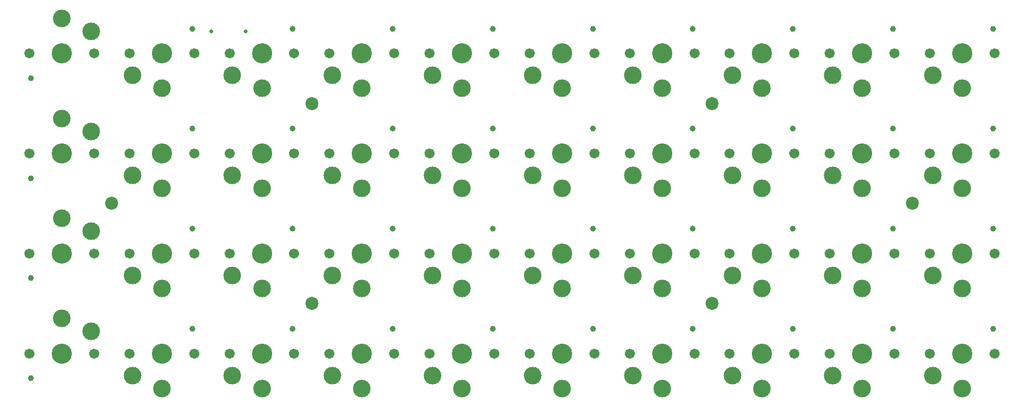
<source format=gbr>
%TF.GenerationSoftware,KiCad,Pcbnew,(6.0.4-0)*%
%TF.CreationDate,2023-02-28T22:46:07-06:00*%
%TF.ProjectId,bancouver40_cfx,62616e63-6f75-4766-9572-34305f636678,rev?*%
%TF.SameCoordinates,Original*%
%TF.FileFunction,NonPlated,1,2,NPTH,Drill*%
%TF.FilePolarity,Positive*%
%FSLAX46Y46*%
G04 Gerber Fmt 4.6, Leading zero omitted, Abs format (unit mm)*
G04 Created by KiCad (PCBNEW (6.0.4-0)) date 2023-02-28 22:46:07*
%MOMM*%
%LPD*%
G01*
G04 APERTURE LIST*
%TA.AperFunction,ComponentDrill*%
%ADD10C,0.650000*%
%TD*%
%TA.AperFunction,ComponentDrill*%
%ADD11C,0.990600*%
%TD*%
%TA.AperFunction,ComponentDrill*%
%ADD12C,1.701800*%
%TD*%
%TA.AperFunction,ComponentDrill*%
%ADD13C,2.200000*%
%TD*%
%TA.AperFunction,ComponentDrill*%
%ADD14C,3.000000*%
%TD*%
%TA.AperFunction,ComponentDrill*%
%ADD15C,3.429000*%
%TD*%
G04 APERTURE END LIST*
D10*
%TO.C,J1*%
X108318281Y-19604992D03*
X114098281Y-19604992D03*
D11*
%TO.C,SW1*%
X77654961Y-27574989D03*
%TO.C,SW11*%
X77654961Y-44574981D03*
%TO.C,SW21*%
X77654961Y-61574973D03*
%TO.C,SW31*%
X77654961Y-78574965D03*
%TO.C,SW2*%
X105094953Y-19174989D03*
%TO.C,SW12*%
X105094953Y-36174981D03*
%TO.C,SW22*%
X105094953Y-53174973D03*
%TO.C,SW32*%
X105094953Y-70174965D03*
%TO.C,SW3*%
X122094945Y-19174989D03*
%TO.C,SW13*%
X122094945Y-36174981D03*
%TO.C,SW23*%
X122094945Y-53174973D03*
%TO.C,SW33*%
X122094945Y-70174965D03*
%TO.C,SW4*%
X139094937Y-19174989D03*
%TO.C,SW14*%
X139094937Y-36174981D03*
%TO.C,SW24*%
X139094937Y-53174973D03*
%TO.C,SW34*%
X139094937Y-70174965D03*
%TO.C,SW5*%
X156094929Y-19174989D03*
%TO.C,SW15*%
X156094929Y-36174981D03*
%TO.C,SW25*%
X156094929Y-53174973D03*
%TO.C,SW35*%
X156094929Y-70174965D03*
%TO.C,SW6*%
X173094921Y-19174989D03*
%TO.C,SW16*%
X173094921Y-36174981D03*
%TO.C,SW26*%
X173094921Y-53174973D03*
%TO.C,SW36*%
X173094921Y-70174965D03*
%TO.C,SW7*%
X190094913Y-19174989D03*
%TO.C,SW17*%
X190094913Y-36174981D03*
%TO.C,SW27*%
X190094913Y-53174973D03*
%TO.C,SW37*%
X190094913Y-70174965D03*
%TO.C,SW8*%
X207094905Y-19174989D03*
%TO.C,SW18*%
X207094905Y-36174981D03*
%TO.C,SW28*%
X207094905Y-53174973D03*
%TO.C,SW38*%
X207094905Y-70174965D03*
%TO.C,SW9*%
X224094897Y-19174989D03*
%TO.C,SW19*%
X224094897Y-36174981D03*
%TO.C,SW29*%
X224094897Y-53174973D03*
%TO.C,SW39*%
X224094897Y-70174965D03*
%TO.C,SW10*%
X241094889Y-19174989D03*
%TO.C,SW20*%
X241094889Y-36174981D03*
%TO.C,SW30*%
X241094889Y-53174973D03*
%TO.C,SW40*%
X241094889Y-70174965D03*
D12*
%TO.C,SW1*%
X77374961Y-23374989D03*
%TO.C,SW11*%
X77374961Y-40374981D03*
%TO.C,SW21*%
X77374961Y-57374973D03*
%TO.C,SW31*%
X77374961Y-74374965D03*
%TO.C,SW1*%
X88374961Y-23374989D03*
%TO.C,SW11*%
X88374961Y-40374981D03*
%TO.C,SW21*%
X88374961Y-57374973D03*
%TO.C,SW31*%
X88374961Y-74374965D03*
%TO.C,SW2*%
X94374953Y-23374989D03*
%TO.C,SW12*%
X94374953Y-40374981D03*
%TO.C,SW22*%
X94374953Y-57374973D03*
%TO.C,SW32*%
X94374953Y-74374965D03*
%TO.C,SW2*%
X105374953Y-23374989D03*
%TO.C,SW12*%
X105374953Y-40374981D03*
%TO.C,SW22*%
X105374953Y-57374973D03*
%TO.C,SW32*%
X105374953Y-74374965D03*
%TO.C,SW3*%
X111374945Y-23374989D03*
%TO.C,SW13*%
X111374945Y-40374981D03*
%TO.C,SW23*%
X111374945Y-57374973D03*
%TO.C,SW33*%
X111374945Y-74374965D03*
%TO.C,SW3*%
X122374945Y-23374989D03*
%TO.C,SW13*%
X122374945Y-40374981D03*
%TO.C,SW23*%
X122374945Y-57374973D03*
%TO.C,SW33*%
X122374945Y-74374965D03*
%TO.C,SW4*%
X128374937Y-23374989D03*
%TO.C,SW14*%
X128374937Y-40374981D03*
%TO.C,SW24*%
X128374937Y-57374973D03*
%TO.C,SW34*%
X128374937Y-74374965D03*
%TO.C,SW4*%
X139374937Y-23374989D03*
%TO.C,SW14*%
X139374937Y-40374981D03*
%TO.C,SW24*%
X139374937Y-57374973D03*
%TO.C,SW34*%
X139374937Y-74374965D03*
%TO.C,SW5*%
X145374929Y-23374989D03*
%TO.C,SW15*%
X145374929Y-40374981D03*
%TO.C,SW25*%
X145374929Y-57374973D03*
%TO.C,SW35*%
X145374929Y-74374965D03*
%TO.C,SW5*%
X156374929Y-23374989D03*
%TO.C,SW15*%
X156374929Y-40374981D03*
%TO.C,SW25*%
X156374929Y-57374973D03*
%TO.C,SW35*%
X156374929Y-74374965D03*
%TO.C,SW6*%
X162374921Y-23374989D03*
%TO.C,SW16*%
X162374921Y-40374981D03*
%TO.C,SW26*%
X162374921Y-57374973D03*
%TO.C,SW36*%
X162374921Y-74374965D03*
%TO.C,SW6*%
X173374921Y-23374989D03*
%TO.C,SW16*%
X173374921Y-40374981D03*
%TO.C,SW26*%
X173374921Y-57374973D03*
%TO.C,SW36*%
X173374921Y-74374965D03*
%TO.C,SW7*%
X179374913Y-23374989D03*
%TO.C,SW17*%
X179374913Y-40374981D03*
%TO.C,SW27*%
X179374913Y-57374973D03*
%TO.C,SW37*%
X179374913Y-74374965D03*
%TO.C,SW7*%
X190374913Y-23374989D03*
%TO.C,SW17*%
X190374913Y-40374981D03*
%TO.C,SW27*%
X190374913Y-57374973D03*
%TO.C,SW37*%
X190374913Y-74374965D03*
%TO.C,SW8*%
X196374905Y-23374989D03*
%TO.C,SW18*%
X196374905Y-40374981D03*
%TO.C,SW28*%
X196374905Y-57374973D03*
%TO.C,SW38*%
X196374905Y-74374965D03*
%TO.C,SW8*%
X207374905Y-23374989D03*
%TO.C,SW18*%
X207374905Y-40374981D03*
%TO.C,SW28*%
X207374905Y-57374973D03*
%TO.C,SW38*%
X207374905Y-74374965D03*
%TO.C,SW9*%
X213374897Y-23374989D03*
%TO.C,SW19*%
X213374897Y-40374981D03*
%TO.C,SW29*%
X213374897Y-57374973D03*
%TO.C,SW39*%
X213374897Y-74374965D03*
%TO.C,SW9*%
X224374897Y-23374989D03*
%TO.C,SW19*%
X224374897Y-40374981D03*
%TO.C,SW29*%
X224374897Y-57374973D03*
%TO.C,SW39*%
X224374897Y-74374965D03*
%TO.C,SW10*%
X230374889Y-23374989D03*
%TO.C,SW20*%
X230374889Y-40374981D03*
%TO.C,SW30*%
X230374889Y-57374973D03*
%TO.C,SW40*%
X230374889Y-74374965D03*
%TO.C,SW10*%
X241374889Y-23374989D03*
%TO.C,SW20*%
X241374889Y-40374981D03*
%TO.C,SW30*%
X241374889Y-57374973D03*
%TO.C,SW40*%
X241374889Y-74374965D03*
D13*
%TO.C,H3*%
X91374957Y-48874977D03*
%TO.C,H1*%
X125374941Y-31874985D03*
%TO.C,H5*%
X125374941Y-65874969D03*
%TO.C,H2*%
X193374909Y-31874985D03*
%TO.C,H6*%
X193374909Y-65874969D03*
%TO.C,H4*%
X227374893Y-48874977D03*
D14*
%TO.C,SW1*%
X82874961Y-17424989D03*
%TO.C,SW11*%
X82874961Y-34424981D03*
%TO.C,SW21*%
X82874961Y-51424973D03*
%TO.C,SW31*%
X82874961Y-68424965D03*
%TO.C,SW1*%
X87874961Y-19624989D03*
%TO.C,SW11*%
X87874961Y-36624981D03*
%TO.C,SW21*%
X87874961Y-53624973D03*
%TO.C,SW31*%
X87874961Y-70624965D03*
%TO.C,SW2*%
X94874953Y-27124989D03*
%TO.C,SW12*%
X94874953Y-44124981D03*
%TO.C,SW22*%
X94874953Y-61124973D03*
%TO.C,SW32*%
X94874953Y-78124965D03*
%TO.C,SW2*%
X99874953Y-29324989D03*
%TO.C,SW12*%
X99874953Y-46324981D03*
%TO.C,SW22*%
X99874953Y-63324973D03*
%TO.C,SW32*%
X99874953Y-80324965D03*
%TO.C,SW3*%
X111874945Y-27124989D03*
%TO.C,SW13*%
X111874945Y-44124981D03*
%TO.C,SW23*%
X111874945Y-61124973D03*
%TO.C,SW33*%
X111874945Y-78124965D03*
%TO.C,SW3*%
X116874945Y-29324989D03*
%TO.C,SW13*%
X116874945Y-46324981D03*
%TO.C,SW23*%
X116874945Y-63324973D03*
%TO.C,SW33*%
X116874945Y-80324965D03*
%TO.C,SW4*%
X128874937Y-27124989D03*
%TO.C,SW14*%
X128874937Y-44124981D03*
%TO.C,SW24*%
X128874937Y-61124973D03*
%TO.C,SW34*%
X128874937Y-78124965D03*
%TO.C,SW4*%
X133874937Y-29324989D03*
%TO.C,SW14*%
X133874937Y-46324981D03*
%TO.C,SW24*%
X133874937Y-63324973D03*
%TO.C,SW34*%
X133874937Y-80324965D03*
%TO.C,SW5*%
X145874929Y-27124989D03*
%TO.C,SW15*%
X145874929Y-44124981D03*
%TO.C,SW25*%
X145874929Y-61124973D03*
%TO.C,SW35*%
X145874929Y-78124965D03*
%TO.C,SW5*%
X150874929Y-29324989D03*
%TO.C,SW15*%
X150874929Y-46324981D03*
%TO.C,SW25*%
X150874929Y-63324973D03*
%TO.C,SW35*%
X150874929Y-80324965D03*
%TO.C,SW6*%
X162874921Y-27124989D03*
%TO.C,SW16*%
X162874921Y-44124981D03*
%TO.C,SW26*%
X162874921Y-61124973D03*
%TO.C,SW36*%
X162874921Y-78124965D03*
%TO.C,SW6*%
X167874921Y-29324989D03*
%TO.C,SW16*%
X167874921Y-46324981D03*
%TO.C,SW26*%
X167874921Y-63324973D03*
%TO.C,SW36*%
X167874921Y-80324965D03*
%TO.C,SW7*%
X179874913Y-27124989D03*
%TO.C,SW17*%
X179874913Y-44124981D03*
%TO.C,SW27*%
X179874913Y-61124973D03*
%TO.C,SW37*%
X179874913Y-78124965D03*
%TO.C,SW7*%
X184874913Y-29324989D03*
%TO.C,SW17*%
X184874913Y-46324981D03*
%TO.C,SW27*%
X184874913Y-63324973D03*
%TO.C,SW37*%
X184874913Y-80324965D03*
%TO.C,SW8*%
X196874905Y-27124989D03*
%TO.C,SW18*%
X196874905Y-44124981D03*
%TO.C,SW28*%
X196874905Y-61124973D03*
%TO.C,SW38*%
X196874905Y-78124965D03*
%TO.C,SW8*%
X201874905Y-29324989D03*
%TO.C,SW18*%
X201874905Y-46324981D03*
%TO.C,SW28*%
X201874905Y-63324973D03*
%TO.C,SW38*%
X201874905Y-80324965D03*
%TO.C,SW9*%
X213874897Y-27124989D03*
%TO.C,SW19*%
X213874897Y-44124981D03*
%TO.C,SW29*%
X213874897Y-61124973D03*
%TO.C,SW39*%
X213874897Y-78124965D03*
%TO.C,SW9*%
X218874897Y-29324989D03*
%TO.C,SW19*%
X218874897Y-46324981D03*
%TO.C,SW29*%
X218874897Y-63324973D03*
%TO.C,SW39*%
X218874897Y-80324965D03*
%TO.C,SW10*%
X230874889Y-27124989D03*
%TO.C,SW20*%
X230874889Y-44124981D03*
%TO.C,SW30*%
X230874889Y-61124973D03*
%TO.C,SW40*%
X230874889Y-78124965D03*
%TO.C,SW10*%
X235874889Y-29324989D03*
%TO.C,SW20*%
X235874889Y-46324981D03*
%TO.C,SW30*%
X235874889Y-63324973D03*
%TO.C,SW40*%
X235874889Y-80324965D03*
D15*
%TO.C,SW1*%
X82874961Y-23374989D03*
%TO.C,SW11*%
X82874961Y-40374981D03*
%TO.C,SW21*%
X82874961Y-57374973D03*
%TO.C,SW31*%
X82874961Y-74374965D03*
%TO.C,SW2*%
X99874953Y-23374989D03*
%TO.C,SW12*%
X99874953Y-40374981D03*
%TO.C,SW22*%
X99874953Y-57374973D03*
%TO.C,SW32*%
X99874953Y-74374965D03*
%TO.C,SW3*%
X116874945Y-23374989D03*
%TO.C,SW13*%
X116874945Y-40374981D03*
%TO.C,SW23*%
X116874945Y-57374973D03*
%TO.C,SW33*%
X116874945Y-74374965D03*
%TO.C,SW4*%
X133874937Y-23374989D03*
%TO.C,SW14*%
X133874937Y-40374981D03*
%TO.C,SW24*%
X133874937Y-57374973D03*
%TO.C,SW34*%
X133874937Y-74374965D03*
%TO.C,SW5*%
X150874929Y-23374989D03*
%TO.C,SW15*%
X150874929Y-40374981D03*
%TO.C,SW25*%
X150874929Y-57374973D03*
%TO.C,SW35*%
X150874929Y-74374965D03*
%TO.C,SW6*%
X167874921Y-23374989D03*
%TO.C,SW16*%
X167874921Y-40374981D03*
%TO.C,SW26*%
X167874921Y-57374973D03*
%TO.C,SW36*%
X167874921Y-74374965D03*
%TO.C,SW7*%
X184874913Y-23374989D03*
%TO.C,SW17*%
X184874913Y-40374981D03*
%TO.C,SW27*%
X184874913Y-57374973D03*
%TO.C,SW37*%
X184874913Y-74374965D03*
%TO.C,SW8*%
X201874905Y-23374989D03*
%TO.C,SW18*%
X201874905Y-40374981D03*
%TO.C,SW28*%
X201874905Y-57374973D03*
%TO.C,SW38*%
X201874905Y-74374965D03*
%TO.C,SW9*%
X218874897Y-23374989D03*
%TO.C,SW19*%
X218874897Y-40374981D03*
%TO.C,SW29*%
X218874897Y-57374973D03*
%TO.C,SW39*%
X218874897Y-74374965D03*
%TO.C,SW10*%
X235874889Y-23374989D03*
%TO.C,SW20*%
X235874889Y-40374981D03*
%TO.C,SW30*%
X235874889Y-57374973D03*
%TO.C,SW40*%
X235874889Y-74374965D03*
M02*

</source>
